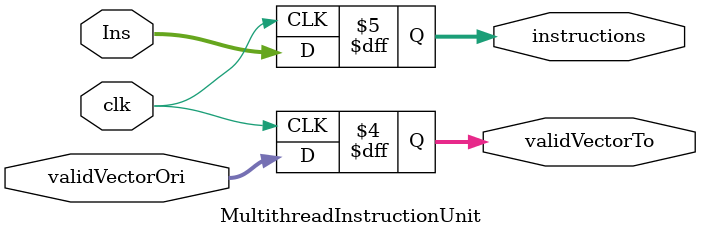
<source format=v>
module MultithreadInstructionUnit(
    input wire clk,
    input wire [7:0] validVectorOri,
//    input wire [3:0] BarrierNum,
    input wire [64*8-1:0] Ins,
    output reg  [64*8-1:0] instructions,
    output reg [7:0] validVectorTo
);

integer i;

always @(posedge clk) begin
    for(i = 0; i < 64*8; i = i + 1) begin
        instructions[i] <= Ins[i];
    end
end

always @(negedge clk) begin
    validVectorTo = validVectorOri;
end

endmodule
</source>
